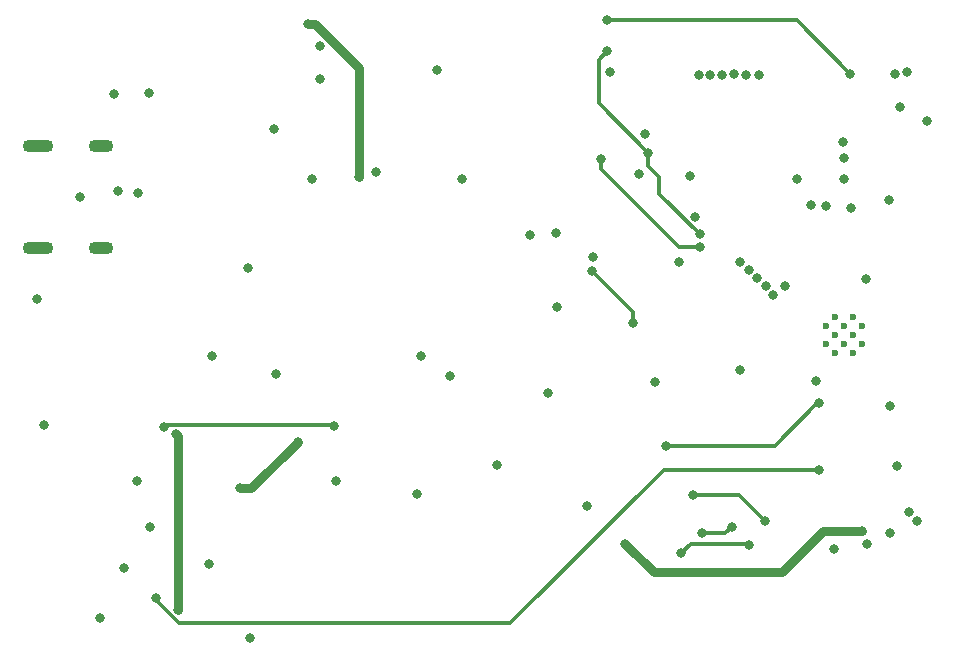
<source format=gbr>
%TF.GenerationSoftware,KiCad,Pcbnew,7.0.1*%
%TF.CreationDate,2023-03-18T00:09:11+00:00*%
%TF.ProjectId,ImogenWren,496d6f67-656e-4577-9265-6e2e6b696361,rev?*%
%TF.SameCoordinates,Original*%
%TF.FileFunction,Copper,L2,Inr*%
%TF.FilePolarity,Positive*%
%FSLAX46Y46*%
G04 Gerber Fmt 4.6, Leading zero omitted, Abs format (unit mm)*
G04 Created by KiCad (PCBNEW 7.0.1) date 2023-03-18 00:09:11*
%MOMM*%
%LPD*%
G01*
G04 APERTURE LIST*
%TA.AperFunction,ComponentPad*%
%ADD10O,2.100000X1.100000*%
%TD*%
%TA.AperFunction,ComponentPad*%
%ADD11O,2.600000X1.100000*%
%TD*%
%TA.AperFunction,HeatsinkPad*%
%ADD12C,0.600000*%
%TD*%
%TA.AperFunction,ViaPad*%
%ADD13C,0.800000*%
%TD*%
%TA.AperFunction,Conductor*%
%ADD14C,0.300000*%
%TD*%
%TA.AperFunction,Conductor*%
%ADD15C,0.800000*%
%TD*%
G04 APERTURE END LIST*
D10*
%TO.N,GND*%
%TO.C,J8*%
X119100000Y-87740000D03*
D11*
X113740000Y-87740000D03*
D10*
X119100000Y-79100000D03*
D11*
X113740000Y-79100000D03*
%TD*%
D12*
%TO.N,GND*%
%TO.C,U3*%
X181232500Y-96605000D03*
X182757500Y-96605000D03*
X180470000Y-95842500D03*
X181995000Y-95842500D03*
X183520000Y-95842500D03*
X181232500Y-95080000D03*
X182757500Y-95080000D03*
X180470000Y-94317500D03*
X181995000Y-94317500D03*
X183520000Y-94317500D03*
X181232500Y-93555000D03*
X182757500Y-93555000D03*
%TD*%
D13*
%TO.N,/BATTERY_POWER_BUS*%
X135730025Y-104149500D03*
X161900000Y-68465002D03*
X136600000Y-68800000D03*
X140900000Y-81700000D03*
X130800000Y-108100000D03*
X182500000Y-73000000D03*
%TO.N,GND*%
X165100000Y-78100000D03*
X128200000Y-114500000D03*
X146200000Y-96900000D03*
X156900000Y-100014998D03*
X145814000Y-108586000D03*
X189000000Y-77000000D03*
X121000000Y-114800000D03*
X133900000Y-98400000D03*
X183800000Y-90400000D03*
X120200000Y-74700000D03*
X152558502Y-106150500D03*
X149596972Y-81900000D03*
X138966000Y-107500000D03*
X155353749Y-86653749D03*
X137587000Y-70599500D03*
X136900000Y-81900000D03*
X166000000Y-99100000D03*
X148600000Y-98600000D03*
X137637000Y-73400000D03*
X131500000Y-89402515D03*
X157704250Y-92704250D03*
X133700000Y-77700000D03*
X147500000Y-72700000D03*
X128501681Y-96901681D03*
X186700000Y-75800000D03*
X113675000Y-92075000D03*
X160200000Y-109600000D03*
X114250001Y-102750002D03*
X142315000Y-81285000D03*
X123100000Y-74600000D03*
X118999998Y-119099999D03*
X173200000Y-98100000D03*
X162180669Y-72871597D03*
X131700000Y-120730000D03*
%TO.N,/ESP32/3V3_BUS*%
X163450000Y-112800000D03*
X182000000Y-81900000D03*
X186500000Y-106200000D03*
X183500000Y-111700000D03*
%TO.N,/ESP32/USB ESP32 CH340 Interface /ESP_EN*%
X185900000Y-101100000D03*
X166900000Y-104500000D03*
X178000000Y-81900000D03*
X179849500Y-100900000D03*
%TO.N,/USB_POWER*%
X125600000Y-118400000D03*
X125400000Y-103500000D03*
%TO.N,/USB/D-*%
X122200000Y-83100000D03*
X117250171Y-83410173D03*
X120500000Y-82900000D03*
%TO.N,/WS2812b LEDs/5V_IN*%
X157600000Y-86500000D03*
X160700000Y-88500000D03*
%TO.N,Net-(U3-SDI{slash}SD1)*%
X169670611Y-73099957D03*
X173170038Y-88949622D03*
%TO.N,Net-(U3-SDO{slash}SD0)*%
X170670112Y-73101429D03*
X173920444Y-89609846D03*
%TO.N,Net-(U3-SCK{slash}CLK)*%
X174631704Y-90312068D03*
X171669608Y-73097652D03*
%TO.N,Net-(U3-SCS{slash}CMD)*%
X175385958Y-90967893D03*
X172697055Y-73049500D03*
%TO.N,Net-(U3-SWP{slash}SD3)*%
X176001494Y-91755371D03*
X173693230Y-73130989D03*
%TO.N,Net-(U3-SHD{slash}SD2)*%
X174736243Y-73114048D03*
X177000000Y-91000000D03*
%TO.N,Net-(U3-GPIO4(T0))*%
X181100000Y-113200000D03*
X179600000Y-99000000D03*
%TO.N,Net-(U3-GPIO2(T2))*%
X169200000Y-108649500D03*
X175300000Y-110900000D03*
%TO.N,Net-(U3-GPIO33(T8))*%
X172478781Y-111338736D03*
X169960454Y-111894948D03*
%TO.N,Net-(U3-GPIO32(T9))*%
X168200000Y-113600000D03*
X173900000Y-112900000D03*
%TO.N,/BATTERY_POWER*%
X123200000Y-111400000D03*
X122103750Y-107496250D03*
%TO.N,Net-(Q1-B)*%
X168921611Y-81663607D03*
X169320759Y-85100850D03*
%TO.N,Net-(Q1-E)*%
X168029358Y-88934650D03*
X164650500Y-81471137D03*
%TO.N,SCL*%
X185800000Y-83700000D03*
X181961500Y-80100000D03*
%TO.N,SDA*%
X182562815Y-84322769D03*
X181900000Y-78800000D03*
%TO.N,/CHARGE_STATUS*%
X123699000Y-117337401D03*
X179849500Y-106500000D03*
%TO.N,18*%
X186289976Y-73001427D03*
X179175000Y-84100000D03*
%TO.N,Net-(D2-K)*%
X169800000Y-87700000D03*
X161400000Y-80200000D03*
%TO.N,/ESP32/SSERIAL_TX*%
X187496217Y-110095374D03*
X183900000Y-112800000D03*
%TO.N,/ESP32/SSERIAL_RX*%
X188129008Y-110869054D03*
X185900000Y-111900000D03*
%TO.N,19*%
X180445000Y-84200000D03*
X187279500Y-72860546D03*
%TO.N,Net-(WLED1-DOUT)*%
X160600000Y-89700000D03*
X164100000Y-94100000D03*
%TO.N,Net-(JP3-C)*%
X138800000Y-102800000D03*
X124400500Y-102905804D03*
%TO.N,Net-(D3-K)*%
X169756578Y-86596623D03*
X161900000Y-71100000D03*
X165400000Y-79700000D03*
%TD*%
D14*
%TO.N,Net-(JP3-C)*%
X124563002Y-102743302D02*
X124400500Y-102905804D01*
X138743302Y-102743302D02*
X124563002Y-102743302D01*
X138800000Y-102800000D02*
X138743302Y-102743302D01*
D15*
%TO.N,/USB_POWER*%
X125600000Y-118400000D02*
X125600000Y-103700000D01*
X125600000Y-103700000D02*
X125400000Y-103500000D01*
%TO.N,/BATTERY_POWER_BUS*%
X131779525Y-108100000D02*
X130800000Y-108100000D01*
X135730025Y-104149500D02*
X131779525Y-108100000D01*
D14*
%TO.N,/CHARGE_STATUS*%
X166700000Y-106500000D02*
X179849500Y-106500000D01*
X153700000Y-119500000D02*
X166700000Y-106500000D01*
X125640046Y-119500000D02*
X153700000Y-119500000D01*
X123699000Y-117558954D02*
X125640046Y-119500000D01*
X123699000Y-117337401D02*
X123699000Y-117558954D01*
%TO.N,/BATTERY_POWER_BUS*%
X182500000Y-73000000D02*
X177965002Y-68465002D01*
D15*
X140900000Y-81700000D02*
X140900000Y-72498286D01*
X140900000Y-72498286D02*
X137201714Y-68800000D01*
X137201714Y-68800000D02*
X136600000Y-68800000D01*
D14*
X177965002Y-68465002D02*
X161900000Y-68465002D01*
D15*
%TO.N,/ESP32/3V3_BUS*%
X183500000Y-111700000D02*
X180200000Y-111700000D01*
X176700000Y-115200000D02*
X165850000Y-115200000D01*
X165850000Y-115200000D02*
X163450000Y-112800000D01*
X180200000Y-111700000D02*
X176700000Y-115200000D01*
D14*
%TO.N,/ESP32/USB ESP32 CH340 Interface /ESP_EN*%
X176100000Y-104500000D02*
X179700000Y-100900000D01*
X166900000Y-104500000D02*
X176100000Y-104500000D01*
X179700000Y-100900000D02*
X179849500Y-100900000D01*
%TO.N,Net-(U3-GPIO2(T2))*%
X173049500Y-108649500D02*
X175300000Y-110900000D01*
X169200000Y-108649500D02*
X173049500Y-108649500D01*
%TO.N,Net-(U3-GPIO33(T8))*%
X172478781Y-111338736D02*
X171922569Y-111894948D01*
X171922569Y-111894948D02*
X169960454Y-111894948D01*
%TO.N,Net-(U3-GPIO32(T9))*%
X173800000Y-112800000D02*
X173900000Y-112900000D01*
X168200000Y-113600000D02*
X169000000Y-112800000D01*
X169000000Y-112800000D02*
X173800000Y-112800000D01*
%TO.N,Net-(D2-K)*%
X169800000Y-87700000D02*
X168040046Y-87700000D01*
X161400000Y-81059954D02*
X161400000Y-80200000D01*
X168040046Y-87700000D02*
X161400000Y-81059954D01*
%TO.N,Net-(WLED1-DOUT)*%
X164100000Y-93200000D02*
X160600000Y-89700000D01*
X164100000Y-94100000D02*
X164100000Y-93200000D01*
%TO.N,Net-(D3-K)*%
X165400000Y-79700000D02*
X165400000Y-80800000D01*
X166300000Y-81700000D02*
X166300000Y-83140045D01*
X161200000Y-71800000D02*
X161200000Y-75500000D01*
X166300000Y-83140045D02*
X169756578Y-86596623D01*
X165400000Y-80800000D02*
X166300000Y-81700000D01*
X161200000Y-75500000D02*
X165400000Y-79700000D01*
X161900000Y-71100000D02*
X161200000Y-71800000D01*
%TD*%
M02*

</source>
